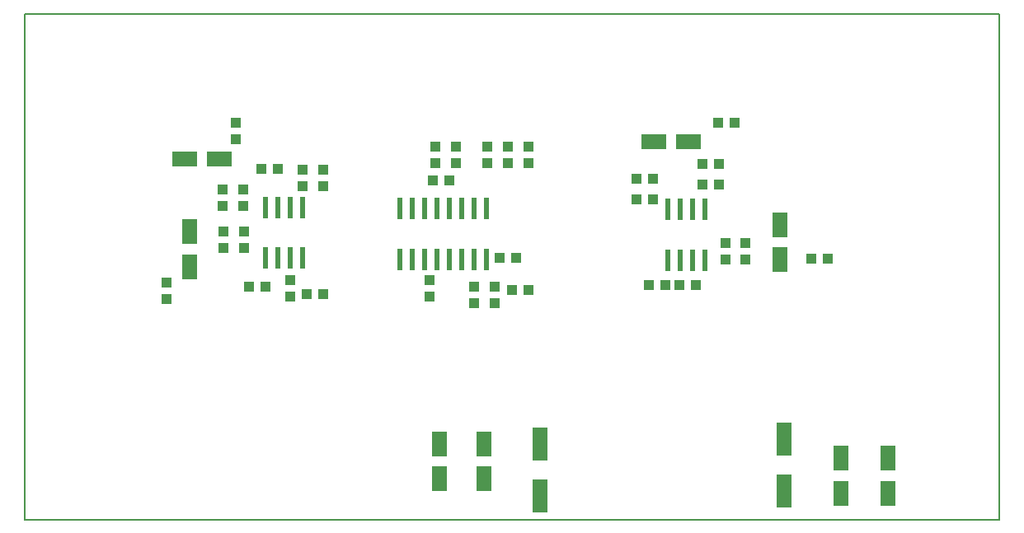
<source format=gtp>
G75*
%MOIN*%
%OFA0B0*%
%FSLAX25Y25*%
%IPPOS*%
%LPD*%
%AMOC8*
5,1,8,0,0,1.08239X$1,22.5*
%
%ADD10C,0.00591*%
%ADD11R,0.02362X0.08661*%
%ADD12R,0.03937X0.04331*%
%ADD13R,0.04331X0.03937*%
%ADD14R,0.06299X0.13780*%
%ADD15R,0.06299X0.10236*%
%ADD16R,0.10236X0.06299*%
D10*
X0001800Y0002213D02*
X0001800Y0206937D01*
X0395501Y0206937D01*
X0395501Y0002213D01*
X0001800Y0002213D01*
D11*
X0098954Y0107953D03*
X0103954Y0107953D03*
X0108954Y0107953D03*
X0113954Y0107953D03*
X0113954Y0128425D03*
X0108954Y0128425D03*
X0103954Y0128425D03*
X0098954Y0128425D03*
X0153284Y0127976D03*
X0158284Y0127976D03*
X0163284Y0127976D03*
X0168284Y0127976D03*
X0173284Y0127976D03*
X0178284Y0127976D03*
X0183284Y0127976D03*
X0188284Y0127976D03*
X0188284Y0107504D03*
X0183284Y0107504D03*
X0178284Y0107504D03*
X0173284Y0107504D03*
X0168284Y0107504D03*
X0163284Y0107504D03*
X0158284Y0107504D03*
X0153284Y0107504D03*
X0261591Y0107165D03*
X0266591Y0107165D03*
X0271591Y0107165D03*
X0276591Y0107165D03*
X0276591Y0127638D03*
X0271591Y0127638D03*
X0266591Y0127638D03*
X0261591Y0127638D03*
D12*
X0275682Y0137780D03*
X0282375Y0137780D03*
X0282383Y0145976D03*
X0275690Y0145976D03*
X0282115Y0162843D03*
X0288808Y0162843D03*
X0284871Y0114024D03*
X0293139Y0114024D03*
X0293139Y0107331D03*
X0284871Y0107331D03*
X0273060Y0097094D03*
X0266367Y0097094D03*
X0260658Y0097094D03*
X0253965Y0097094D03*
X0205343Y0095126D03*
X0198650Y0095126D03*
X0183422Y0096575D03*
X0183422Y0089882D03*
X0122469Y0093417D03*
X0115776Y0093417D03*
X0098973Y0096567D03*
X0092280Y0096567D03*
X0090186Y0112252D03*
X0081918Y0112252D03*
X0081918Y0118945D03*
X0090186Y0118945D03*
X0089989Y0129181D03*
X0081721Y0129181D03*
X0081721Y0135874D03*
X0089989Y0135874D03*
X0097272Y0144142D03*
X0103965Y0144142D03*
X0319517Y0107724D03*
X0326209Y0107724D03*
D13*
X0255737Y0131740D03*
X0249044Y0131740D03*
X0249044Y0140008D03*
X0255737Y0140008D03*
X0205146Y0146307D03*
X0196879Y0146307D03*
X0188808Y0146307D03*
X0188808Y0153000D03*
X0196879Y0153000D03*
X0205146Y0153000D03*
X0175816Y0153000D03*
X0167548Y0153000D03*
X0167548Y0146307D03*
X0175816Y0146307D03*
X0173257Y0139417D03*
X0166564Y0139417D03*
X0122272Y0137252D03*
X0114107Y0137173D03*
X0114107Y0143866D03*
X0122272Y0143945D03*
X0086839Y0156150D03*
X0086839Y0162843D03*
X0193729Y0108118D03*
X0200422Y0108118D03*
X0191761Y0096504D03*
X0191761Y0089811D03*
X0165186Y0092567D03*
X0165186Y0099260D03*
X0108950Y0099000D03*
X0108950Y0092307D03*
X0059083Y0091386D03*
X0059083Y0098079D03*
D14*
X0210068Y0032921D03*
X0210068Y0011661D03*
X0308493Y0013630D03*
X0308493Y0034890D03*
D15*
X0331721Y0027016D03*
X0350619Y0027016D03*
X0350619Y0012843D03*
X0331721Y0012843D03*
X0187430Y0018748D03*
X0169320Y0018748D03*
X0169320Y0032921D03*
X0187430Y0032921D03*
X0068335Y0104575D03*
X0068335Y0118748D03*
X0307115Y0121504D03*
X0307115Y0107331D03*
D16*
X0270107Y0155165D03*
X0255934Y0155165D03*
X0080343Y0148079D03*
X0066170Y0148079D03*
M02*

</source>
